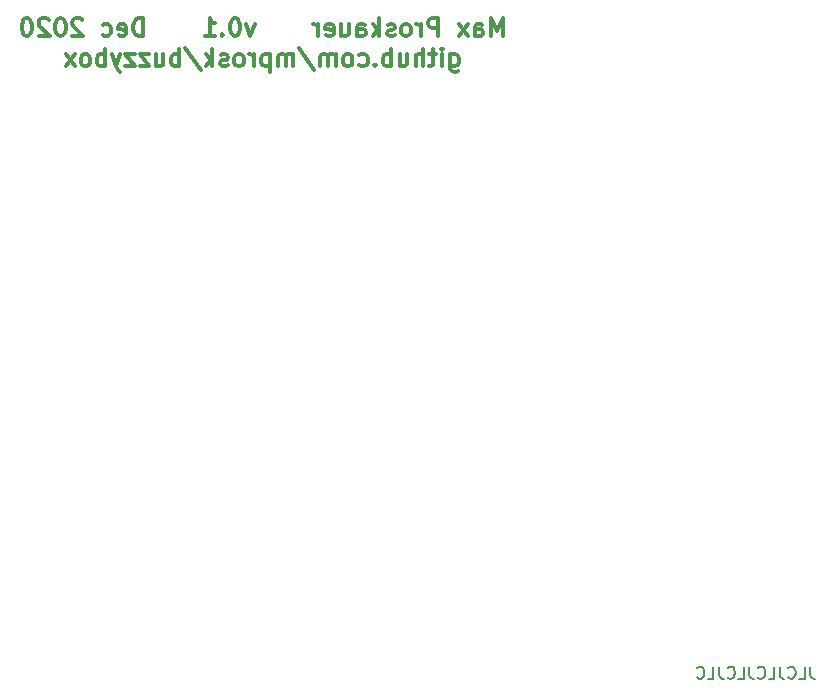
<source format=gbr>
G04 #@! TF.GenerationSoftware,KiCad,Pcbnew,(5.1.4)-1*
G04 #@! TF.CreationDate,2020-12-21T11:31:58-05:00*
G04 #@! TF.ProjectId,faceplate,66616365-706c-4617-9465-2e6b69636164,rev?*
G04 #@! TF.SameCoordinates,Original*
G04 #@! TF.FileFunction,Legend,Bot*
G04 #@! TF.FilePolarity,Positive*
%FSLAX46Y46*%
G04 Gerber Fmt 4.6, Leading zero omitted, Abs format (unit mm)*
G04 Created by KiCad (PCBNEW (5.1.4)-1) date 2020-12-21 11:31:58*
%MOMM*%
%LPD*%
G04 APERTURE LIST*
%ADD10C,0.300000*%
%ADD11C,0.150000*%
G04 APERTURE END LIST*
D10*
X162561428Y-45123571D02*
X162561428Y-43623571D01*
X162061428Y-44695000D01*
X161561428Y-43623571D01*
X161561428Y-45123571D01*
X160204285Y-45123571D02*
X160204285Y-44337857D01*
X160275714Y-44195000D01*
X160418571Y-44123571D01*
X160704285Y-44123571D01*
X160847142Y-44195000D01*
X160204285Y-45052142D02*
X160347142Y-45123571D01*
X160704285Y-45123571D01*
X160847142Y-45052142D01*
X160918571Y-44909285D01*
X160918571Y-44766428D01*
X160847142Y-44623571D01*
X160704285Y-44552142D01*
X160347142Y-44552142D01*
X160204285Y-44480714D01*
X159632857Y-45123571D02*
X158847142Y-44123571D01*
X159632857Y-44123571D02*
X158847142Y-45123571D01*
X157132857Y-45123571D02*
X157132857Y-43623571D01*
X156561428Y-43623571D01*
X156418571Y-43695000D01*
X156347142Y-43766428D01*
X156275714Y-43909285D01*
X156275714Y-44123571D01*
X156347142Y-44266428D01*
X156418571Y-44337857D01*
X156561428Y-44409285D01*
X157132857Y-44409285D01*
X155632857Y-45123571D02*
X155632857Y-44123571D01*
X155632857Y-44409285D02*
X155561428Y-44266428D01*
X155490000Y-44195000D01*
X155347142Y-44123571D01*
X155204285Y-44123571D01*
X154490000Y-45123571D02*
X154632857Y-45052142D01*
X154704285Y-44980714D01*
X154775714Y-44837857D01*
X154775714Y-44409285D01*
X154704285Y-44266428D01*
X154632857Y-44195000D01*
X154490000Y-44123571D01*
X154275714Y-44123571D01*
X154132857Y-44195000D01*
X154061428Y-44266428D01*
X153990000Y-44409285D01*
X153990000Y-44837857D01*
X154061428Y-44980714D01*
X154132857Y-45052142D01*
X154275714Y-45123571D01*
X154490000Y-45123571D01*
X153418571Y-45052142D02*
X153275714Y-45123571D01*
X152990000Y-45123571D01*
X152847142Y-45052142D01*
X152775714Y-44909285D01*
X152775714Y-44837857D01*
X152847142Y-44695000D01*
X152990000Y-44623571D01*
X153204285Y-44623571D01*
X153347142Y-44552142D01*
X153418571Y-44409285D01*
X153418571Y-44337857D01*
X153347142Y-44195000D01*
X153204285Y-44123571D01*
X152990000Y-44123571D01*
X152847142Y-44195000D01*
X152132857Y-45123571D02*
X152132857Y-43623571D01*
X151990000Y-44552142D02*
X151561428Y-45123571D01*
X151561428Y-44123571D02*
X152132857Y-44695000D01*
X150275714Y-45123571D02*
X150275714Y-44337857D01*
X150347142Y-44195000D01*
X150490000Y-44123571D01*
X150775714Y-44123571D01*
X150918571Y-44195000D01*
X150275714Y-45052142D02*
X150418571Y-45123571D01*
X150775714Y-45123571D01*
X150918571Y-45052142D01*
X150990000Y-44909285D01*
X150990000Y-44766428D01*
X150918571Y-44623571D01*
X150775714Y-44552142D01*
X150418571Y-44552142D01*
X150275714Y-44480714D01*
X148918571Y-44123571D02*
X148918571Y-45123571D01*
X149561428Y-44123571D02*
X149561428Y-44909285D01*
X149490000Y-45052142D01*
X149347142Y-45123571D01*
X149132857Y-45123571D01*
X148990000Y-45052142D01*
X148918571Y-44980714D01*
X147632857Y-45052142D02*
X147775714Y-45123571D01*
X148061428Y-45123571D01*
X148204285Y-45052142D01*
X148275714Y-44909285D01*
X148275714Y-44337857D01*
X148204285Y-44195000D01*
X148061428Y-44123571D01*
X147775714Y-44123571D01*
X147632857Y-44195000D01*
X147561428Y-44337857D01*
X147561428Y-44480714D01*
X148275714Y-44623571D01*
X146918571Y-45123571D02*
X146918571Y-44123571D01*
X146918571Y-44409285D02*
X146847142Y-44266428D01*
X146775714Y-44195000D01*
X146632857Y-44123571D01*
X146490000Y-44123571D01*
X141561428Y-44123571D02*
X141204285Y-45123571D01*
X140847142Y-44123571D01*
X139990000Y-43623571D02*
X139847142Y-43623571D01*
X139704285Y-43695000D01*
X139632857Y-43766428D01*
X139561428Y-43909285D01*
X139490000Y-44195000D01*
X139490000Y-44552142D01*
X139561428Y-44837857D01*
X139632857Y-44980714D01*
X139704285Y-45052142D01*
X139847142Y-45123571D01*
X139990000Y-45123571D01*
X140132857Y-45052142D01*
X140204285Y-44980714D01*
X140275714Y-44837857D01*
X140347142Y-44552142D01*
X140347142Y-44195000D01*
X140275714Y-43909285D01*
X140204285Y-43766428D01*
X140132857Y-43695000D01*
X139990000Y-43623571D01*
X138847142Y-44980714D02*
X138775714Y-45052142D01*
X138847142Y-45123571D01*
X138918571Y-45052142D01*
X138847142Y-44980714D01*
X138847142Y-45123571D01*
X137347142Y-45123571D02*
X138204285Y-45123571D01*
X137775714Y-45123571D02*
X137775714Y-43623571D01*
X137918571Y-43837857D01*
X138061428Y-43980714D01*
X138204285Y-44052142D01*
X132132857Y-45123571D02*
X132132857Y-43623571D01*
X131775714Y-43623571D01*
X131561428Y-43695000D01*
X131418571Y-43837857D01*
X131347142Y-43980714D01*
X131275714Y-44266428D01*
X131275714Y-44480714D01*
X131347142Y-44766428D01*
X131418571Y-44909285D01*
X131561428Y-45052142D01*
X131775714Y-45123571D01*
X132132857Y-45123571D01*
X130061428Y-45052142D02*
X130204285Y-45123571D01*
X130490000Y-45123571D01*
X130632857Y-45052142D01*
X130704285Y-44909285D01*
X130704285Y-44337857D01*
X130632857Y-44195000D01*
X130490000Y-44123571D01*
X130204285Y-44123571D01*
X130061428Y-44195000D01*
X129990000Y-44337857D01*
X129990000Y-44480714D01*
X130704285Y-44623571D01*
X128704285Y-45052142D02*
X128847142Y-45123571D01*
X129132857Y-45123571D01*
X129275714Y-45052142D01*
X129347142Y-44980714D01*
X129418571Y-44837857D01*
X129418571Y-44409285D01*
X129347142Y-44266428D01*
X129275714Y-44195000D01*
X129132857Y-44123571D01*
X128847142Y-44123571D01*
X128704285Y-44195000D01*
X126990000Y-43766428D02*
X126918571Y-43695000D01*
X126775714Y-43623571D01*
X126418571Y-43623571D01*
X126275714Y-43695000D01*
X126204285Y-43766428D01*
X126132857Y-43909285D01*
X126132857Y-44052142D01*
X126204285Y-44266428D01*
X127061428Y-45123571D01*
X126132857Y-45123571D01*
X125204285Y-43623571D02*
X125061428Y-43623571D01*
X124918571Y-43695000D01*
X124847142Y-43766428D01*
X124775714Y-43909285D01*
X124704285Y-44195000D01*
X124704285Y-44552142D01*
X124775714Y-44837857D01*
X124847142Y-44980714D01*
X124918571Y-45052142D01*
X125061428Y-45123571D01*
X125204285Y-45123571D01*
X125347142Y-45052142D01*
X125418571Y-44980714D01*
X125490000Y-44837857D01*
X125561428Y-44552142D01*
X125561428Y-44195000D01*
X125490000Y-43909285D01*
X125418571Y-43766428D01*
X125347142Y-43695000D01*
X125204285Y-43623571D01*
X124132857Y-43766428D02*
X124061428Y-43695000D01*
X123918571Y-43623571D01*
X123561428Y-43623571D01*
X123418571Y-43695000D01*
X123347142Y-43766428D01*
X123275714Y-43909285D01*
X123275714Y-44052142D01*
X123347142Y-44266428D01*
X124204285Y-45123571D01*
X123275714Y-45123571D01*
X122347142Y-43623571D02*
X122204285Y-43623571D01*
X122061428Y-43695000D01*
X121990000Y-43766428D01*
X121918571Y-43909285D01*
X121847142Y-44195000D01*
X121847142Y-44552142D01*
X121918571Y-44837857D01*
X121990000Y-44980714D01*
X122061428Y-45052142D01*
X122204285Y-45123571D01*
X122347142Y-45123571D01*
X122490000Y-45052142D01*
X122561428Y-44980714D01*
X122632857Y-44837857D01*
X122704285Y-44552142D01*
X122704285Y-44195000D01*
X122632857Y-43909285D01*
X122561428Y-43766428D01*
X122490000Y-43695000D01*
X122347142Y-43623571D01*
X158132857Y-46673571D02*
X158132857Y-47887857D01*
X158204285Y-48030714D01*
X158275714Y-48102142D01*
X158418571Y-48173571D01*
X158632857Y-48173571D01*
X158775714Y-48102142D01*
X158132857Y-47602142D02*
X158275714Y-47673571D01*
X158561428Y-47673571D01*
X158704285Y-47602142D01*
X158775714Y-47530714D01*
X158847142Y-47387857D01*
X158847142Y-46959285D01*
X158775714Y-46816428D01*
X158704285Y-46745000D01*
X158561428Y-46673571D01*
X158275714Y-46673571D01*
X158132857Y-46745000D01*
X157418571Y-47673571D02*
X157418571Y-46673571D01*
X157418571Y-46173571D02*
X157490000Y-46245000D01*
X157418571Y-46316428D01*
X157347142Y-46245000D01*
X157418571Y-46173571D01*
X157418571Y-46316428D01*
X156918571Y-46673571D02*
X156347142Y-46673571D01*
X156704285Y-46173571D02*
X156704285Y-47459285D01*
X156632857Y-47602142D01*
X156490000Y-47673571D01*
X156347142Y-47673571D01*
X155847142Y-47673571D02*
X155847142Y-46173571D01*
X155204285Y-47673571D02*
X155204285Y-46887857D01*
X155275714Y-46745000D01*
X155418571Y-46673571D01*
X155632857Y-46673571D01*
X155775714Y-46745000D01*
X155847142Y-46816428D01*
X153847142Y-46673571D02*
X153847142Y-47673571D01*
X154490000Y-46673571D02*
X154490000Y-47459285D01*
X154418571Y-47602142D01*
X154275714Y-47673571D01*
X154061428Y-47673571D01*
X153918571Y-47602142D01*
X153847142Y-47530714D01*
X153132857Y-47673571D02*
X153132857Y-46173571D01*
X153132857Y-46745000D02*
X152990000Y-46673571D01*
X152704285Y-46673571D01*
X152561428Y-46745000D01*
X152490000Y-46816428D01*
X152418571Y-46959285D01*
X152418571Y-47387857D01*
X152490000Y-47530714D01*
X152561428Y-47602142D01*
X152704285Y-47673571D01*
X152990000Y-47673571D01*
X153132857Y-47602142D01*
X151775714Y-47530714D02*
X151704285Y-47602142D01*
X151775714Y-47673571D01*
X151847142Y-47602142D01*
X151775714Y-47530714D01*
X151775714Y-47673571D01*
X150418571Y-47602142D02*
X150561428Y-47673571D01*
X150847142Y-47673571D01*
X150990000Y-47602142D01*
X151061428Y-47530714D01*
X151132857Y-47387857D01*
X151132857Y-46959285D01*
X151061428Y-46816428D01*
X150990000Y-46745000D01*
X150847142Y-46673571D01*
X150561428Y-46673571D01*
X150418571Y-46745000D01*
X149561428Y-47673571D02*
X149704285Y-47602142D01*
X149775714Y-47530714D01*
X149847142Y-47387857D01*
X149847142Y-46959285D01*
X149775714Y-46816428D01*
X149704285Y-46745000D01*
X149561428Y-46673571D01*
X149347142Y-46673571D01*
X149204285Y-46745000D01*
X149132857Y-46816428D01*
X149061428Y-46959285D01*
X149061428Y-47387857D01*
X149132857Y-47530714D01*
X149204285Y-47602142D01*
X149347142Y-47673571D01*
X149561428Y-47673571D01*
X148418571Y-47673571D02*
X148418571Y-46673571D01*
X148418571Y-46816428D02*
X148347142Y-46745000D01*
X148204285Y-46673571D01*
X147990000Y-46673571D01*
X147847142Y-46745000D01*
X147775714Y-46887857D01*
X147775714Y-47673571D01*
X147775714Y-46887857D02*
X147704285Y-46745000D01*
X147561428Y-46673571D01*
X147347142Y-46673571D01*
X147204285Y-46745000D01*
X147132857Y-46887857D01*
X147132857Y-47673571D01*
X145347142Y-46102142D02*
X146632857Y-48030714D01*
X144847142Y-47673571D02*
X144847142Y-46673571D01*
X144847142Y-46816428D02*
X144775714Y-46745000D01*
X144632857Y-46673571D01*
X144418571Y-46673571D01*
X144275714Y-46745000D01*
X144204285Y-46887857D01*
X144204285Y-47673571D01*
X144204285Y-46887857D02*
X144132857Y-46745000D01*
X143990000Y-46673571D01*
X143775714Y-46673571D01*
X143632857Y-46745000D01*
X143561428Y-46887857D01*
X143561428Y-47673571D01*
X142847142Y-46673571D02*
X142847142Y-48173571D01*
X142847142Y-46745000D02*
X142704285Y-46673571D01*
X142418571Y-46673571D01*
X142275714Y-46745000D01*
X142204285Y-46816428D01*
X142132857Y-46959285D01*
X142132857Y-47387857D01*
X142204285Y-47530714D01*
X142275714Y-47602142D01*
X142418571Y-47673571D01*
X142704285Y-47673571D01*
X142847142Y-47602142D01*
X141490000Y-47673571D02*
X141490000Y-46673571D01*
X141490000Y-46959285D02*
X141418571Y-46816428D01*
X141347142Y-46745000D01*
X141204285Y-46673571D01*
X141061428Y-46673571D01*
X140347142Y-47673571D02*
X140490000Y-47602142D01*
X140561428Y-47530714D01*
X140632857Y-47387857D01*
X140632857Y-46959285D01*
X140561428Y-46816428D01*
X140490000Y-46745000D01*
X140347142Y-46673571D01*
X140132857Y-46673571D01*
X139990000Y-46745000D01*
X139918571Y-46816428D01*
X139847142Y-46959285D01*
X139847142Y-47387857D01*
X139918571Y-47530714D01*
X139990000Y-47602142D01*
X140132857Y-47673571D01*
X140347142Y-47673571D01*
X139275714Y-47602142D02*
X139132857Y-47673571D01*
X138847142Y-47673571D01*
X138704285Y-47602142D01*
X138632857Y-47459285D01*
X138632857Y-47387857D01*
X138704285Y-47245000D01*
X138847142Y-47173571D01*
X139061428Y-47173571D01*
X139204285Y-47102142D01*
X139275714Y-46959285D01*
X139275714Y-46887857D01*
X139204285Y-46745000D01*
X139061428Y-46673571D01*
X138847142Y-46673571D01*
X138704285Y-46745000D01*
X137990000Y-47673571D02*
X137990000Y-46173571D01*
X137847142Y-47102142D02*
X137418571Y-47673571D01*
X137418571Y-46673571D02*
X137990000Y-47245000D01*
X135704285Y-46102142D02*
X136990000Y-48030714D01*
X135204285Y-47673571D02*
X135204285Y-46173571D01*
X135204285Y-46745000D02*
X135061428Y-46673571D01*
X134775714Y-46673571D01*
X134632857Y-46745000D01*
X134561428Y-46816428D01*
X134490000Y-46959285D01*
X134490000Y-47387857D01*
X134561428Y-47530714D01*
X134632857Y-47602142D01*
X134775714Y-47673571D01*
X135061428Y-47673571D01*
X135204285Y-47602142D01*
X133204285Y-46673571D02*
X133204285Y-47673571D01*
X133847142Y-46673571D02*
X133847142Y-47459285D01*
X133775714Y-47602142D01*
X133632857Y-47673571D01*
X133418571Y-47673571D01*
X133275714Y-47602142D01*
X133204285Y-47530714D01*
X132632857Y-46673571D02*
X131847142Y-46673571D01*
X132632857Y-47673571D01*
X131847142Y-47673571D01*
X131418571Y-46673571D02*
X130632857Y-46673571D01*
X131418571Y-47673571D01*
X130632857Y-47673571D01*
X130204285Y-46673571D02*
X129847142Y-47673571D01*
X129490000Y-46673571D02*
X129847142Y-47673571D01*
X129990000Y-48030714D01*
X130061428Y-48102142D01*
X130204285Y-48173571D01*
X128918571Y-47673571D02*
X128918571Y-46173571D01*
X128918571Y-46745000D02*
X128775714Y-46673571D01*
X128490000Y-46673571D01*
X128347142Y-46745000D01*
X128275714Y-46816428D01*
X128204285Y-46959285D01*
X128204285Y-47387857D01*
X128275714Y-47530714D01*
X128347142Y-47602142D01*
X128490000Y-47673571D01*
X128775714Y-47673571D01*
X128918571Y-47602142D01*
X127347142Y-47673571D02*
X127490000Y-47602142D01*
X127561428Y-47530714D01*
X127632857Y-47387857D01*
X127632857Y-46959285D01*
X127561428Y-46816428D01*
X127490000Y-46745000D01*
X127347142Y-46673571D01*
X127132857Y-46673571D01*
X126990000Y-46745000D01*
X126918571Y-46816428D01*
X126847142Y-46959285D01*
X126847142Y-47387857D01*
X126918571Y-47530714D01*
X126990000Y-47602142D01*
X127132857Y-47673571D01*
X127347142Y-47673571D01*
X126347142Y-47673571D02*
X125561428Y-46673571D01*
X126347142Y-46673571D02*
X125561428Y-47673571D01*
D11*
X188608690Y-98512380D02*
X188608690Y-99226666D01*
X188656309Y-99369523D01*
X188751547Y-99464761D01*
X188894404Y-99512380D01*
X188989642Y-99512380D01*
X187656309Y-99512380D02*
X188132500Y-99512380D01*
X188132500Y-98512380D01*
X186751547Y-99417142D02*
X186799166Y-99464761D01*
X186942023Y-99512380D01*
X187037261Y-99512380D01*
X187180119Y-99464761D01*
X187275357Y-99369523D01*
X187322976Y-99274285D01*
X187370595Y-99083809D01*
X187370595Y-98940952D01*
X187322976Y-98750476D01*
X187275357Y-98655238D01*
X187180119Y-98560000D01*
X187037261Y-98512380D01*
X186942023Y-98512380D01*
X186799166Y-98560000D01*
X186751547Y-98607619D01*
X186037261Y-98512380D02*
X186037261Y-99226666D01*
X186084880Y-99369523D01*
X186180119Y-99464761D01*
X186322976Y-99512380D01*
X186418214Y-99512380D01*
X185084880Y-99512380D02*
X185561071Y-99512380D01*
X185561071Y-98512380D01*
X184180119Y-99417142D02*
X184227738Y-99464761D01*
X184370595Y-99512380D01*
X184465833Y-99512380D01*
X184608690Y-99464761D01*
X184703928Y-99369523D01*
X184751547Y-99274285D01*
X184799166Y-99083809D01*
X184799166Y-98940952D01*
X184751547Y-98750476D01*
X184703928Y-98655238D01*
X184608690Y-98560000D01*
X184465833Y-98512380D01*
X184370595Y-98512380D01*
X184227738Y-98560000D01*
X184180119Y-98607619D01*
X183465833Y-98512380D02*
X183465833Y-99226666D01*
X183513452Y-99369523D01*
X183608690Y-99464761D01*
X183751547Y-99512380D01*
X183846785Y-99512380D01*
X182513452Y-99512380D02*
X182989642Y-99512380D01*
X182989642Y-98512380D01*
X181608690Y-99417142D02*
X181656309Y-99464761D01*
X181799166Y-99512380D01*
X181894404Y-99512380D01*
X182037261Y-99464761D01*
X182132500Y-99369523D01*
X182180119Y-99274285D01*
X182227738Y-99083809D01*
X182227738Y-98940952D01*
X182180119Y-98750476D01*
X182132500Y-98655238D01*
X182037261Y-98560000D01*
X181894404Y-98512380D01*
X181799166Y-98512380D01*
X181656309Y-98560000D01*
X181608690Y-98607619D01*
X180894404Y-98512380D02*
X180894404Y-99226666D01*
X180942023Y-99369523D01*
X181037261Y-99464761D01*
X181180119Y-99512380D01*
X181275357Y-99512380D01*
X179942023Y-99512380D02*
X180418214Y-99512380D01*
X180418214Y-98512380D01*
X179037261Y-99417142D02*
X179084880Y-99464761D01*
X179227738Y-99512380D01*
X179322976Y-99512380D01*
X179465833Y-99464761D01*
X179561071Y-99369523D01*
X179608690Y-99274285D01*
X179656309Y-99083809D01*
X179656309Y-98940952D01*
X179608690Y-98750476D01*
X179561071Y-98655238D01*
X179465833Y-98560000D01*
X179322976Y-98512380D01*
X179227738Y-98512380D01*
X179084880Y-98560000D01*
X179037261Y-98607619D01*
M02*

</source>
